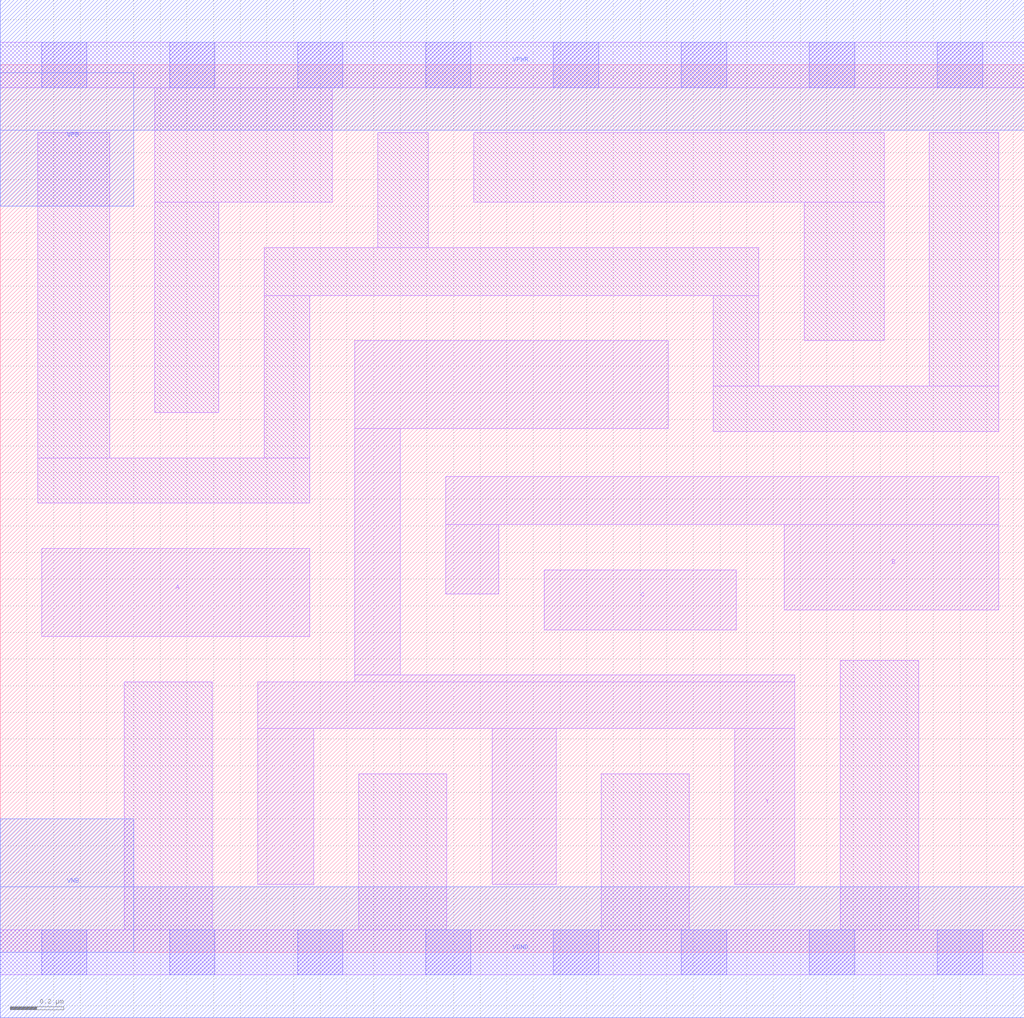
<source format=lef>
# Copyright 2020 The SkyWater PDK Authors
#
# Licensed under the Apache License, Version 2.0 (the "License");
# you may not use this file except in compliance with the License.
# You may obtain a copy of the License at
#
#     https://www.apache.org/licenses/LICENSE-2.0
#
# Unless required by applicable law or agreed to in writing, software
# distributed under the License is distributed on an "AS IS" BASIS,
# WITHOUT WARRANTIES OR CONDITIONS OF ANY KIND, either express or implied.
# See the License for the specific language governing permissions and
# limitations under the License.
#
# SPDX-License-Identifier: Apache-2.0

VERSION 5.5 ;
NAMESCASESENSITIVE ON ;
BUSBITCHARS "[]" ;
DIVIDERCHAR "/" ;
MACRO sky130_fd_sc_lp__nor3_2
  CLASS CORE ;
  SOURCE USER ;
  ORIGIN  0.000000  0.000000 ;
  SIZE  3.840000 BY  3.330000 ;
  SYMMETRY X Y R90 ;
  SITE unit ;
  PIN A
    ANTENNAGATEAREA  0.630000 ;
    DIRECTION INPUT ;
    USE SIGNAL ;
    PORT
      LAYER li1 ;
        RECT 0.155000 1.185000 1.160000 1.515000 ;
    END
  END A
  PIN B
    ANTENNAGATEAREA  0.630000 ;
    DIRECTION INPUT ;
    USE SIGNAL ;
    PORT
      LAYER li1 ;
        RECT 1.670000 1.345000 1.870000 1.605000 ;
        RECT 1.670000 1.605000 3.745000 1.785000 ;
        RECT 2.940000 1.285000 3.745000 1.605000 ;
    END
  END B
  PIN C
    ANTENNAGATEAREA  0.630000 ;
    DIRECTION INPUT ;
    USE SIGNAL ;
    PORT
      LAYER li1 ;
        RECT 2.040000 1.210000 2.760000 1.435000 ;
    END
  END C
  PIN Y
    ANTENNADIFFAREA  1.117200 ;
    DIRECTION OUTPUT ;
    USE SIGNAL ;
    PORT
      LAYER li1 ;
        RECT 0.965000 0.255000 1.175000 0.840000 ;
        RECT 0.965000 0.840000 2.980000 1.015000 ;
        RECT 1.330000 1.015000 2.980000 1.040000 ;
        RECT 1.330000 1.040000 1.500000 1.965000 ;
        RECT 1.330000 1.965000 2.505000 2.295000 ;
        RECT 1.845000 0.255000 2.085000 0.840000 ;
        RECT 2.755000 0.255000 2.980000 0.840000 ;
    END
  END Y
  PIN VGND
    DIRECTION INOUT ;
    USE GROUND ;
    PORT
      LAYER met1 ;
        RECT 0.000000 -0.245000 3.840000 0.245000 ;
    END
  END VGND
  PIN VNB
    DIRECTION INOUT ;
    USE GROUND ;
    PORT
      LAYER met1 ;
        RECT 0.000000 0.000000 0.500000 0.500000 ;
    END
  END VNB
  PIN VPB
    DIRECTION INOUT ;
    USE POWER ;
    PORT
      LAYER met1 ;
        RECT 0.000000 2.800000 0.500000 3.300000 ;
    END
  END VPB
  PIN VPWR
    DIRECTION INOUT ;
    USE POWER ;
    PORT
      LAYER met1 ;
        RECT 0.000000 3.085000 3.840000 3.575000 ;
    END
  END VPWR
  OBS
    LAYER li1 ;
      RECT 0.000000 -0.085000 3.840000 0.085000 ;
      RECT 0.000000  3.245000 3.840000 3.415000 ;
      RECT 0.140000  1.685000 1.160000 1.855000 ;
      RECT 0.140000  1.855000 0.410000 3.075000 ;
      RECT 0.465000  0.085000 0.795000 1.015000 ;
      RECT 0.580000  2.025000 0.820000 2.815000 ;
      RECT 0.580000  2.815000 1.245000 3.245000 ;
      RECT 0.990000  1.855000 1.160000 2.465000 ;
      RECT 0.990000  2.465000 2.845000 2.645000 ;
      RECT 1.345000  0.085000 1.675000 0.670000 ;
      RECT 1.415000  2.645000 1.605000 3.075000 ;
      RECT 1.775000  2.815000 3.315000 3.075000 ;
      RECT 2.255000  0.085000 2.585000 0.670000 ;
      RECT 2.675000  1.955000 3.745000 2.125000 ;
      RECT 2.675000  2.125000 2.845000 2.465000 ;
      RECT 3.015000  2.295000 3.315000 2.815000 ;
      RECT 3.150000  0.085000 3.445000 1.095000 ;
      RECT 3.485000  2.125000 3.745000 3.075000 ;
    LAYER mcon ;
      RECT 0.155000 -0.085000 0.325000 0.085000 ;
      RECT 0.155000  3.245000 0.325000 3.415000 ;
      RECT 0.635000 -0.085000 0.805000 0.085000 ;
      RECT 0.635000  3.245000 0.805000 3.415000 ;
      RECT 1.115000 -0.085000 1.285000 0.085000 ;
      RECT 1.115000  3.245000 1.285000 3.415000 ;
      RECT 1.595000 -0.085000 1.765000 0.085000 ;
      RECT 1.595000  3.245000 1.765000 3.415000 ;
      RECT 2.075000 -0.085000 2.245000 0.085000 ;
      RECT 2.075000  3.245000 2.245000 3.415000 ;
      RECT 2.555000 -0.085000 2.725000 0.085000 ;
      RECT 2.555000  3.245000 2.725000 3.415000 ;
      RECT 3.035000 -0.085000 3.205000 0.085000 ;
      RECT 3.035000  3.245000 3.205000 3.415000 ;
      RECT 3.515000 -0.085000 3.685000 0.085000 ;
      RECT 3.515000  3.245000 3.685000 3.415000 ;
  END
END sky130_fd_sc_lp__nor3_2

</source>
